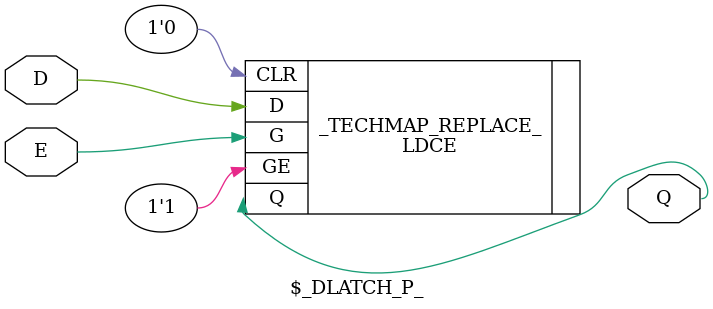
<source format=v>
/*
 *  yosys -- Yosys Open SYnthesis Suite
 *
 *  Copyright (C) 2012  Clifford Wolf <clifford@clifford.at>
 *
 *  Permission to use, copy, modify, and/or distribute this software for any
 *  purpose with or without fee is hereby granted, provided that the above
 *  copyright notice and this permission notice appear in all copies.
 *
 *  THE SOFTWARE IS PROVIDED "AS IS" AND THE AUTHOR DISCLAIMS ALL WARRANTIES
 *  WITH REGARD TO THIS SOFTWARE INCLUDING ALL IMPLIED WARRANTIES OF
 *  MERCHANTABILITY AND FITNESS. IN NO EVENT SHALL THE AUTHOR BE LIABLE FOR
 *  ANY SPECIAL, DIRECT, INDIRECT, OR CONSEQUENTIAL DAMAGES OR ANY DAMAGES
 *  WHATSOEVER RESULTING FROM LOSS OF USE, DATA OR PROFITS, WHETHER IN AN
 *  ACTION OF CONTRACT, NEGLIGENCE OR OTHER TORTIOUS ACTION, ARISING OUT OF
 *  OR IN CONNECTION WITH THE USE OR PERFORMANCE OF THIS SOFTWARE.
 *
 */

// ============================================================================
// FF mapping for Virtex 6, Series 7 and Ultrascale.  These families support
// the following features:
//
// - a CLB flip-flop can be used as a latch or as a flip-flop
// - a CLB flip-flop has the following pins:
//
//   - data input
//   - clock (or gate for latches) (with optional inversion)
//   - clock enable (or gate enable, which is just ANDed with gate — unused by
//     synthesis)
//   - either a set or a reset input, which (for FFs) can be either
//     synchronous or asynchronous (with optional inversion)
//   - data output
//
// - a flip-flop also has an initial value, which is set at device
//   initialization (or whenever GSR is asserted)

`ifndef _NO_FFS

// No reset.

module  \$_DFF_N_   (input D, C, output Q);
  parameter _TECHMAP_WIREINIT_Q_ = 1'bx;
  FDRE_1 #(.INIT(_TECHMAP_WIREINIT_Q_)) _TECHMAP_REPLACE_ (.D(D), .Q(Q), .C(C), .CE(1'b1), .R(1'b0));
  wire _TECHMAP_REMOVEINIT_Q_ = 1;
endmodule
module  \$_DFF_P_   (input D, C, output Q);
  parameter _TECHMAP_WIREINIT_Q_ = 1'bx;
  FDRE   #(.INIT(_TECHMAP_WIREINIT_Q_)) _TECHMAP_REPLACE_ (.D(D), .Q(Q), .C(C), .CE(1'b1), .R(1'b0));
  wire _TECHMAP_REMOVEINIT_Q_ = 1;
endmodule

// No reset, enable.

module  \$_DFFE_NP_ (input D, C, E, output Q);
  parameter _TECHMAP_WIREINIT_Q_ = 1'bx;
  FDRE_1 #(.INIT(_TECHMAP_WIREINIT_Q_)) _TECHMAP_REPLACE_ (.D(D), .Q(Q), .C(C), .CE(E),    .R(1'b0));
  wire _TECHMAP_REMOVEINIT_Q_ = 1;
endmodule
module  \$_DFFE_PP_ (input D, C, E, output Q);
  parameter _TECHMAP_WIREINIT_Q_ = 1'bx;
  FDRE   #(.INIT(_TECHMAP_WIREINIT_Q_)) _TECHMAP_REPLACE_ (.D(D), .Q(Q), .C(C), .CE(E),    .R(1'b0));
  wire _TECHMAP_REMOVEINIT_Q_ = 1;
endmodule

// Async reset.

module  \$_DFF_NN0_ (input D, C, R, output Q);
  parameter _TECHMAP_WIREINIT_Q_ = 1'bx;
  wire NR;
  INV inv (.O(NR), .I(R));
  FDCE_1 #(.INIT(_TECHMAP_WIREINIT_Q_)) _TECHMAP_REPLACE_ (.D(D), .Q(Q), .C(C), .CE(1'b1), .CLR(NR));
  wire _TECHMAP_REMOVEINIT_Q_ = 1;
endmodule
module  \$_DFF_NP0_ (input D, C, R, output Q);
  parameter _TECHMAP_WIREINIT_Q_ = 1'bx;
  FDCE_1 #(.INIT(_TECHMAP_WIREINIT_Q_)) _TECHMAP_REPLACE_ (.D(D), .Q(Q), .C(C), .CE(1'b1), .CLR( R));
  wire _TECHMAP_REMOVEINIT_Q_ = 1;
endmodule
module  \$_DFF_PN0_ (input D, C, R, output Q);
  parameter _TECHMAP_WIREINIT_Q_ = 1'bx;
  wire NR;
  INV inv (.O(NR), .I(R));
  FDCE   #(.INIT(_TECHMAP_WIREINIT_Q_)) _TECHMAP_REPLACE_ (.D(D), .Q(Q), .C(C), .CE(1'b1), .CLR(NR));
  wire _TECHMAP_REMOVEINIT_Q_ = 1;
endmodule
module  \$_DFF_PP0_ (input D, C, R, output Q);
  parameter _TECHMAP_WIREINIT_Q_ = 1'bx;
  FDCE   #(.INIT(_TECHMAP_WIREINIT_Q_)) _TECHMAP_REPLACE_ (.D(D), .Q(Q), .C(C), .CE(1'b1), .CLR( R));
  wire _TECHMAP_REMOVEINIT_Q_ = 1;
endmodule

module  \$_DFF_NN1_ (input D, C, R, output Q);
  parameter _TECHMAP_WIREINIT_Q_ = 1'bx;
  wire NR;
  INV inv (.O(NR), .I(R));
  FDPE_1 #(.INIT(_TECHMAP_WIREINIT_Q_)) _TECHMAP_REPLACE_ (.D(D), .Q(Q), .C(C), .CE(1'b1), .PRE(NR));
  wire _TECHMAP_REMOVEINIT_Q_ = 1;
endmodule
module  \$_DFF_NP1_ (input D, C, R, output Q);
  parameter _TECHMAP_WIREINIT_Q_ = 1'bx;
  FDPE_1 #(.INIT(_TECHMAP_WIREINIT_Q_)) _TECHMAP_REPLACE_ (.D(D), .Q(Q), .C(C), .CE(1'b1), .PRE( R));
  wire _TECHMAP_REMOVEINIT_Q_ = 1;
endmodule
module  \$_DFF_PN1_ (input D, C, R, output Q);
  parameter _TECHMAP_WIREINIT_Q_ = 1'bx;
  wire NR;
  INV inv (.O(NR), .I(R));
  FDPE   #(.INIT(_TECHMAP_WIREINIT_Q_)) _TECHMAP_REPLACE_ (.D(D), .Q(Q), .C(C), .CE(1'b1), .PRE(NR));
  wire _TECHMAP_REMOVEINIT_Q_ = 1;
endmodule
module  \$_DFF_PP1_ (input D, C, R, output Q);
  parameter _TECHMAP_WIREINIT_Q_ = 1'bx;
  FDPE   #(.INIT(_TECHMAP_WIREINIT_Q_)) _TECHMAP_REPLACE_ (.D(D), .Q(Q), .C(C), .CE(1'b1), .PRE( R));
  wire _TECHMAP_REMOVEINIT_Q_ = 1;
endmodule

// Async reset, enable.

module  \$__DFFE_NN0 (input D, C, E, R, output Q);
  parameter _TECHMAP_WIREINIT_Q_ = 1'bx;
  wire NR;
  INV inv (.O(NR), .I(R));
  FDCE_1 #(.INIT(_TECHMAP_WIREINIT_Q_)) _TECHMAP_REPLACE_ (.D(D), .Q(Q), .C(C), .CE(E), .CLR(NR));
  wire _TECHMAP_REMOVEINIT_Q_ = 1;
endmodule
module  \$__DFFE_NP0 (input D, C, E, R, output Q);
  parameter _TECHMAP_WIREINIT_Q_ = 1'bx;
  FDCE_1 #(.INIT(_TECHMAP_WIREINIT_Q_)) _TECHMAP_REPLACE_ (.D(D), .Q(Q), .C(C), .CE(E), .CLR( R));
  wire _TECHMAP_REMOVEINIT_Q_ = 1;
endmodule
module  \$__DFFE_PN0 (input D, C, E, R, output Q);
  parameter _TECHMAP_WIREINIT_Q_ = 1'bx;
  wire NR;
  INV inv (.O(NR), .I(R));
  FDCE   #(.INIT(_TECHMAP_WIREINIT_Q_)) _TECHMAP_REPLACE_ (.D(D), .Q(Q), .C(C), .CE(E), .CLR(NR));
  wire _TECHMAP_REMOVEINIT_Q_ = 1;
endmodule
module  \$__DFFE_PP0 (input D, C, E, R, output Q);
  parameter _TECHMAP_WIREINIT_Q_ = 1'bx;
  FDCE   #(.INIT(_TECHMAP_WIREINIT_Q_)) _TECHMAP_REPLACE_ (.D(D), .Q(Q), .C(C), .CE(E), .CLR( R));
  wire _TECHMAP_REMOVEINIT_Q_ = 1;
endmodule

module  \$__DFFE_NN1 (input D, C, E, R, output Q);
  parameter _TECHMAP_WIREINIT_Q_ = 1'bx;
  wire NR;
  INV inv (.O(NR), .I(R));
  FDPE_1 #(.INIT(_TECHMAP_WIREINIT_Q_)) _TECHMAP_REPLACE_ (.D(D), .Q(Q), .C(C), .CE(E), .PRE(NR));
  wire _TECHMAP_REMOVEINIT_Q_ = 1;
endmodule
module  \$__DFFE_NP1 (input D, C, E, R, output Q);
  parameter _TECHMAP_WIREINIT_Q_ = 1'bx;
  FDPE_1 #(.INIT(_TECHMAP_WIREINIT_Q_)) _TECHMAP_REPLACE_ (.D(D), .Q(Q), .C(C), .CE(E), .PRE( R));
  wire _TECHMAP_REMOVEINIT_Q_ = 1;
endmodule
module  \$__DFFE_PN1 (input D, C, E, R, output Q);
  parameter _TECHMAP_WIREINIT_Q_ = 1'bx;
  wire NR;
  INV inv (.O(NR), .I(R));
  FDPE   #(.INIT(_TECHMAP_WIREINIT_Q_)) _TECHMAP_REPLACE_ (.D(D), .Q(Q), .C(C), .CE(E), .PRE(NR));
  wire _TECHMAP_REMOVEINIT_Q_ = 1;
endmodule
module  \$__DFFE_PP1 (input D, C, E, R, output Q);
  parameter _TECHMAP_WIREINIT_Q_ = 1'bx;
  FDPE   #(.INIT(_TECHMAP_WIREINIT_Q_)) _TECHMAP_REPLACE_ (.D(D), .Q(Q), .C(C), .CE(E), .PRE( R));
  wire _TECHMAP_REMOVEINIT_Q_ = 1;
endmodule

// Sync reset.

module  \$__DFFS_NN0_ (input D, C, R, output Q);
  parameter _TECHMAP_WIREINIT_Q_ = 1'bx;
  wire NR;
  INV inv (.O(NR), .I(R));
  FDRE_1 #(.INIT(_TECHMAP_WIREINIT_Q_)) _TECHMAP_REPLACE_ (.D(D), .Q(Q), .C(C), .CE(1'b1), .R(NR));
  wire _TECHMAP_REMOVEINIT_Q_ = 1;
endmodule
module  \$__DFFS_NP0_ (input D, C, R, output Q);
  parameter _TECHMAP_WIREINIT_Q_ = 1'bx;
  FDRE_1 #(.INIT(_TECHMAP_WIREINIT_Q_)) _TECHMAP_REPLACE_ (.D(D), .Q(Q), .C(C), .CE(1'b1), .R( R));
  wire _TECHMAP_REMOVEINIT_Q_ = 1;
endmodule
module  \$__DFFS_PN0_ (input D, C, R, output Q);
  parameter _TECHMAP_WIREINIT_Q_ = 1'bx;
  wire NR;
  INV inv (.O(NR), .I(R));
  FDRE   #(.INIT(_TECHMAP_WIREINIT_Q_)) _TECHMAP_REPLACE_ (.D(D), .Q(Q), .C(C), .CE(1'b1), .R(NR));
  wire _TECHMAP_REMOVEINIT_Q_ = 1;
endmodule
module  \$__DFFS_PP0_ (input D, C, R, output Q);
  parameter _TECHMAP_WIREINIT_Q_ = 1'bx;
  FDRE   #(.INIT(_TECHMAP_WIREINIT_Q_)) _TECHMAP_REPLACE_ (.D(D), .Q(Q), .C(C), .CE(1'b1), .R( R));
  wire _TECHMAP_REMOVEINIT_Q_ = 1;
endmodule

module  \$__DFFS_NN1_ (input D, C, R, output Q);
  parameter _TECHMAP_WIREINIT_Q_ = 1'bx;
  wire NR;
  INV inv (.O(NR), .I(R));
  FDSE_1 #(.INIT(_TECHMAP_WIREINIT_Q_)) _TECHMAP_REPLACE_ (.D(D), .Q(Q), .C(C), .CE(1'b1), .S(NR));
  wire _TECHMAP_REMOVEINIT_Q_ = 1;
endmodule
module  \$__DFFS_NP1_ (input D, C, R, output Q);
  parameter _TECHMAP_WIREINIT_Q_ = 1'bx;
  FDSE_1 #(.INIT(_TECHMAP_WIREINIT_Q_)) _TECHMAP_REPLACE_ (.D(D), .Q(Q), .C(C), .CE(1'b1), .S( R));
  wire _TECHMAP_REMOVEINIT_Q_ = 1;
endmodule
module  \$__DFFS_PN1_ (input D, C, R, output Q);
  parameter _TECHMAP_WIREINIT_Q_ = 1'bx;
  wire NR;
  INV inv (.O(NR), .I(R));
  FDSE   #(.INIT(_TECHMAP_WIREINIT_Q_)) _TECHMAP_REPLACE_ (.D(D), .Q(Q), .C(C), .CE(1'b1), .S(NR));
  wire _TECHMAP_REMOVEINIT_Q_ = 1;
endmodule
module  \$__DFFS_PP1_ (input D, C, R, output Q);
  parameter _TECHMAP_WIREINIT_Q_ = 1'bx;
  FDSE   #(.INIT(_TECHMAP_WIREINIT_Q_)) _TECHMAP_REPLACE_ (.D(D), .Q(Q), .C(C), .CE(1'b1), .S( R));
  wire _TECHMAP_REMOVEINIT_Q_ = 1;
endmodule

// Sync reset, enable.

module  \$__DFFSE_NN0 (input D, C, E, R, output Q);
  parameter _TECHMAP_WIREINIT_Q_ = 1'bx;
  wire NR;
  INV inv (.O(NR), .I(R));
  FDRE_1 #(.INIT(_TECHMAP_WIREINIT_Q_)) _TECHMAP_REPLACE_ (.D(D), .Q(Q), .C(C), .CE(E), .R(NR));
  wire _TECHMAP_REMOVEINIT_Q_ = 1;
endmodule
module  \$__DFFSE_NP0 (input D, C, E, R, output Q);
  parameter _TECHMAP_WIREINIT_Q_ = 1'bx;
  FDRE_1 #(.INIT(_TECHMAP_WIREINIT_Q_)) _TECHMAP_REPLACE_ (.D(D), .Q(Q), .C(C), .CE(E), .R( R));
  wire _TECHMAP_REMOVEINIT_Q_ = 1;
endmodule
module  \$__DFFSE_PN0 (input D, C, E, R, output Q);
  parameter _TECHMAP_WIREINIT_Q_ = 1'bx;
  wire NR;
  INV inv (.O(NR), .I(R));
  FDRE   #(.INIT(_TECHMAP_WIREINIT_Q_)) _TECHMAP_REPLACE_ (.D(D), .Q(Q), .C(C), .CE(E), .R(NR));
  wire _TECHMAP_REMOVEINIT_Q_ = 1;
endmodule
module  \$__DFFSE_PP0 (input D, C, E, R, output Q);
  parameter _TECHMAP_WIREINIT_Q_ = 1'bx;
  FDRE   #(.INIT(_TECHMAP_WIREINIT_Q_)) _TECHMAP_REPLACE_ (.D(D), .Q(Q), .C(C), .CE(E), .R( R));
  wire _TECHMAP_REMOVEINIT_Q_ = 1;
endmodule

module  \$__DFFSE_NN1 (input D, C, E, R, output Q);
  parameter _TECHMAP_WIREINIT_Q_ = 1'bx;
  wire NR;
  INV inv (.O(NR), .I(R));
  FDSE_1 #(.INIT(_TECHMAP_WIREINIT_Q_)) _TECHMAP_REPLACE_ (.D(D), .Q(Q), .C(C), .CE(E), .S(NR));
  wire _TECHMAP_REMOVEINIT_Q_ = 1;
endmodule
module  \$__DFFSE_NP1 (input D, C, E, R, output Q);
  parameter _TECHMAP_WIREINIT_Q_ = 1'bx;
  FDSE_1 #(.INIT(_TECHMAP_WIREINIT_Q_)) _TECHMAP_REPLACE_ (.D(D), .Q(Q), .C(C), .CE(E), .S( R));
  wire _TECHMAP_REMOVEINIT_Q_ = 1;
endmodule
module  \$__DFFSE_PN1 (input D, C, E, R, output Q);
  parameter _TECHMAP_WIREINIT_Q_ = 1'bx;
  wire NR;
  INV inv (.O(NR), .I(R));
  FDSE   #(.INIT(_TECHMAP_WIREINIT_Q_)) _TECHMAP_REPLACE_ (.D(D), .Q(Q), .C(C), .CE(E), .S(NR));
  wire _TECHMAP_REMOVEINIT_Q_ = 1;
endmodule
module  \$__DFFSE_PP1 (input D, C, E, R, output Q);
  parameter _TECHMAP_WIREINIT_Q_ = 1'bx;
  FDSE   #(.INIT(_TECHMAP_WIREINIT_Q_)) _TECHMAP_REPLACE_ (.D(D), .Q(Q), .C(C), .CE(E), .S( R));
  wire _TECHMAP_REMOVEINIT_Q_ = 1;
endmodule

// Latches (no reset).

module  \$_DLATCH_N_ (input E, D, output Q);
  parameter _TECHMAP_WIREINIT_Q_ = 1'bx;
  LDCE #(.INIT(_TECHMAP_WIREINIT_Q_), .IS_G_INVERTED(1'b1)) _TECHMAP_REPLACE_ (.D(D), .Q(Q), .G(E), .GE(1'b1), .CLR(1'b0));
  wire _TECHMAP_REMOVEINIT_Q_ = 1;
endmodule
module  \$_DLATCH_P_ (input E, D, output Q);
  parameter _TECHMAP_WIREINIT_Q_ = 1'bx;
  LDCE   #(.INIT(_TECHMAP_WIREINIT_Q_)) _TECHMAP_REPLACE_ (.D(D), .Q(Q), .G(E), .GE(1'b1), .CLR(1'b0));
  wire _TECHMAP_REMOVEINIT_Q_ = 1;
endmodule

// Latches with reset (TODO).

`endif


</source>
